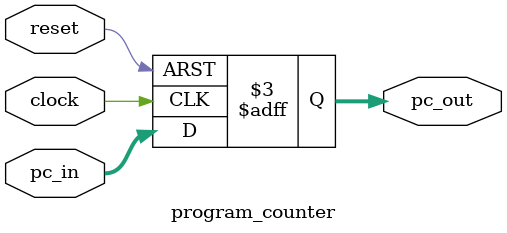
<source format=v>
module program_counter(
    input clock, // clock input
    input reset, // reset input
    input [31:0] pc_in,
    output [31:0] pc_out
    );


    always @(posedge clock or negedge reset) begin
        if (reset == 0) begin
            pc_out <= 0;
        end else begin
            pc_out <= pc_in;
        end
    end

endmodule
</source>
